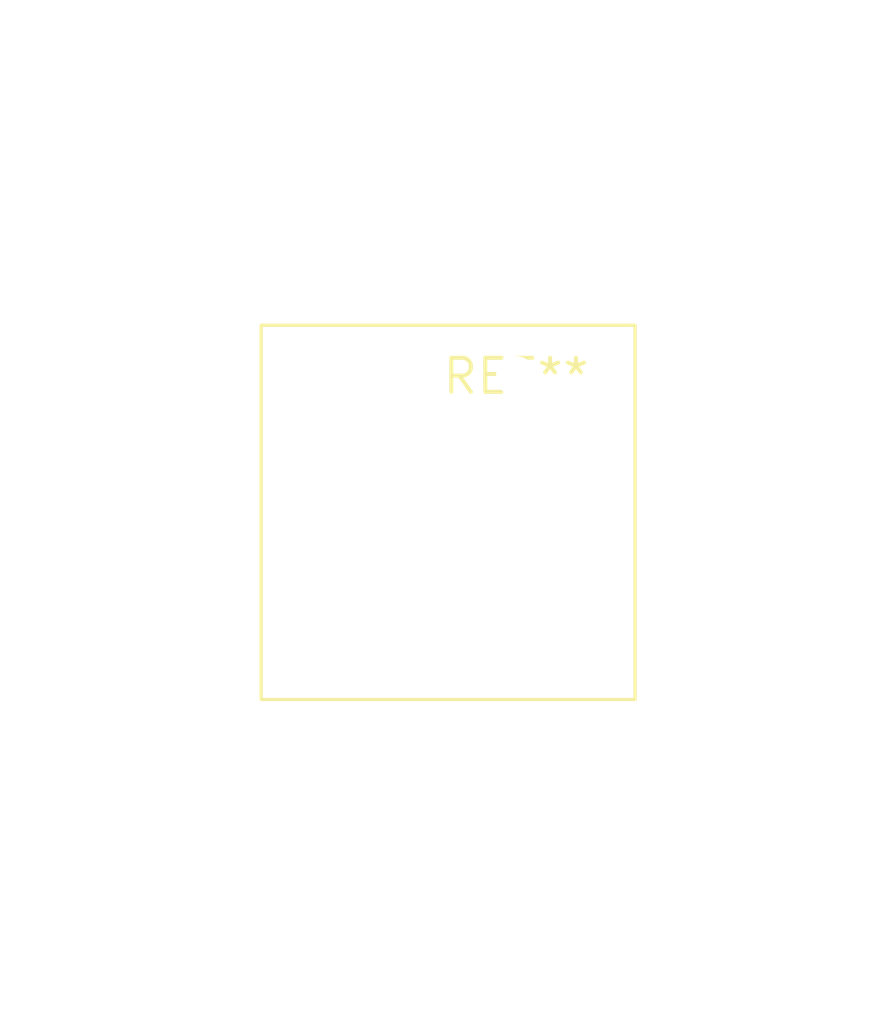
<source format=kicad_pcb>
(kicad_pcb (version 20240108) (generator pcbnew)
  (layers (0 "F.Cu" signal) (31 "B.Cu" signal) (34 "B.Paste" user) (35 "F.Paste" user) (36 "B.SilkS" user "B.Silkscreen") (37 "F.SilkS" user "F.Silkscreen") (38 "B.Mask" user) (39 "F.Mask" user) (44 "Edge.Cuts" user))
  (net 0 "")
  (footprint "SW_Cherry_MX_ISOEnter_PCB" (layer "F.Cu") (at 0 0)
    (property "Reference" "REF**")
    (property "Value" "SW_Cherry_MX_ISOEnter_PCB")
    (fp_line (start -9.525 -1.905) (end 4.445 -1.905) (layer "F.SilkS") (stroke (width 0.12)))
    (fp_line (start -9.525 12.065) (end -9.525 -1.905) (layer "F.SilkS") (stroke (width 0.12)))
    (fp_line (start 4.445 -1.905) (end 4.445 12.065) (layer "F.SilkS") (stroke (width 0.12)))
    (fp_line (start 4.445 12.065) (end -9.525 12.065) (layer "F.SilkS") (stroke (width 0.12)))
    (pad "" np_thru_hole circle (at -9.54 -6.82) (size 3.05 3.05) (drill 3.05) (layers *.Cu *.Mask))
    (pad "" np_thru_hole circle (at -9.54 16.98) (size 3.05 3.05) (drill 3.05) (layers *.Cu *.Mask))
    (pad "" np_thru_hole circle (at -7.62 5.08) (size 1.7 1.7) (drill 1.7) (layers *.Cu *.Mask))
    (pad "" np_thru_hole circle (at -2.54 5.08) (size 4 4) (drill 4) (layers *.Cu *.Mask))
    (pad "" np_thru_hole circle (at 2.54 5.08) (size 1.7 1.7) (drill 1.7) (layers *.Cu *.Mask))
    (pad "" np_thru_hole circle (at 5.7 -6.82) (size 4 4) (drill 4) (layers *.Cu *.Mask))
    (pad "" np_thru_hole circle (at 5.7 16.98) (size 4 4) (drill 4) (layers *.Cu *.Mask))
    (pad "1" thru_hole circle (at 0 0) (size 2.2 2.2) (drill 1.5) (layers *.Cu *.Mask) (remove_unused_layers))
    (pad "2" thru_hole circle (at -6.35 2.54) (size 2.2 2.2) (drill 1.5) (layers *.Cu *.Mask) (remove_unused_layers))
  )
)
</source>
